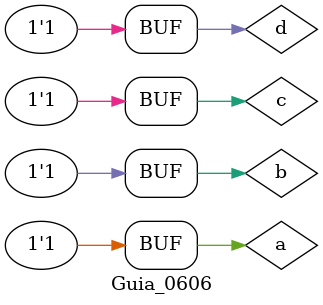
<source format=v>
/* 
Guia_0606.v 
855842 - Mateus Resende Ottoni

iverilog -o Guia_0606.vvp Guia_0606.v
vvp Guia_0606.vvp
*/



// Modulos
//----------------------------------------
module f06_base (output s,
                   input a, b, c, d);
       assign s = (~(~a | ~b | c) & ~(a & b & ~c)) | ~((b & c & d) | ~a) ;

endmodule
//----------------------------------------
module f06 (output s,
              input a, b, c, d);
       assign s = ~((b & c & d) | ~a) ;

endmodule
//----------------------------------------


// Modulo principal
module Guia_0606; 

// Definir dados
reg a, b, c, d;
wire w1, w2;
f06_base f06_1 (w1, a, b, c, d);
f06      f06_2 (w2, a, b, c, d);


 initial
  begin
   a = 1'b0;
   b = 1'b0;
   c = 1'b0;
   d = 1'b0;
  end


// Main 
initial 
begin : main 

$display ( "Guia_0606" );

/*	Mostrar valores em tabela 				*/
$display ( "" );
$display ( "___________________________________________________________________________________" );
$display ( "| a | b | c | d || ((a'+b'+c)' * (a*b*c')') + ((b*c*d) + a')' || ((b*c*d) + a')' ||" );
$display ( "|---|---|---|---||--------------------------------------------||-----------------||" );
$monitor ( "| %b | %b | %b | %b ||                                          %b ||               %b ||",
               a,   b,   c,   d,                                            w1,                 w2 );
/*								*/

/*	Atualizar valores		*/

#1  d = 1'b1;
#1  d = 1'b0; c = 1'b1;
#1  d = 1'b1;
#1  d = 1'b0; c = 1'b0; b = 1'b1;
#1  d = 1'b1;
#1  d = 1'b0; c = 1'b1;
#1  d = 1'b1;
#1  d = 1'b0; c = 1'b0; b = 1'b0; a = 1'b1;
#1  d = 1'b1;
#1  d = 1'b0; c = 1'b1;
#1  d = 1'b1;
#1  d = 1'b0; c = 1'b0; b = 1'b1;
#1  d = 1'b1;
#1  d = 1'b0; c = 1'b1;
#1  d = 1'b1;

/*					*/


end // main 

endmodule // Guia_0606

</source>
